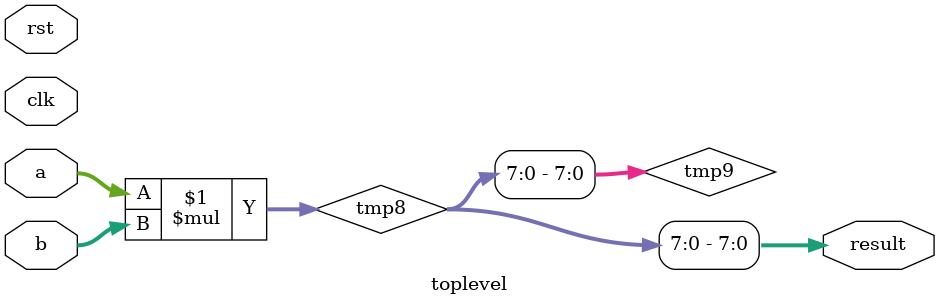
<source format=v>

module toplevel(clk, rst, a, b, result);
    input clk;
    input rst;
    input[7:0] a;
    input[7:0] b;
    output[7:0] result;

    wire[15:0] tmp8;
    wire[7:0] tmp9;

    // Combinational
    assign result = tmp9;
    assign tmp8 = a * b;
    assign tmp9 = {tmp8[7], tmp8[6], tmp8[5], tmp8[4], tmp8[3], tmp8[2], tmp8[1], tmp8[0]};

endmodule


</source>
